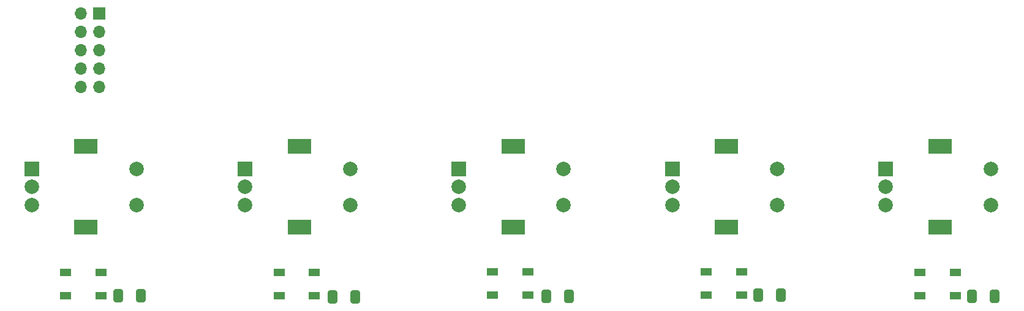
<source format=gts>
%TF.GenerationSoftware,KiCad,Pcbnew,7.0.7*%
%TF.CreationDate,2024-03-19T10:01:59+01:00*%
%TF.ProjectId,Poly_UA_controller_5enc_5sw,506f6c79-5f55-4415-9f63-6f6e74726f6c,rev?*%
%TF.SameCoordinates,Original*%
%TF.FileFunction,Soldermask,Top*%
%TF.FilePolarity,Negative*%
%FSLAX46Y46*%
G04 Gerber Fmt 4.6, Leading zero omitted, Abs format (unit mm)*
G04 Created by KiCad (PCBNEW 7.0.7) date 2024-03-19 10:01:59*
%MOMM*%
%LPD*%
G01*
G04 APERTURE LIST*
G04 Aperture macros list*
%AMRoundRect*
0 Rectangle with rounded corners*
0 $1 Rounding radius*
0 $2 $3 $4 $5 $6 $7 $8 $9 X,Y pos of 4 corners*
0 Add a 4 corners polygon primitive as box body*
4,1,4,$2,$3,$4,$5,$6,$7,$8,$9,$2,$3,0*
0 Add four circle primitives for the rounded corners*
1,1,$1+$1,$2,$3*
1,1,$1+$1,$4,$5*
1,1,$1+$1,$6,$7*
1,1,$1+$1,$8,$9*
0 Add four rect primitives between the rounded corners*
20,1,$1+$1,$2,$3,$4,$5,0*
20,1,$1+$1,$4,$5,$6,$7,0*
20,1,$1+$1,$6,$7,$8,$9,0*
20,1,$1+$1,$8,$9,$2,$3,0*%
G04 Aperture macros list end*
%ADD10R,1.700000X1.700000*%
%ADD11O,1.700000X1.700000*%
%ADD12R,1.500000X1.000000*%
%ADD13R,2.000000X2.000000*%
%ADD14C,2.000000*%
%ADD15R,3.200000X2.000000*%
%ADD16RoundRect,0.250000X0.412500X0.650000X-0.412500X0.650000X-0.412500X-0.650000X0.412500X-0.650000X0*%
G04 APERTURE END LIST*
D10*
%TO.C,J8_POLY1*%
X126381000Y-18902600D03*
D11*
X123841000Y-18902600D03*
X126381000Y-21442600D03*
X123841000Y-21442600D03*
X126381000Y-23982600D03*
X123841000Y-23982600D03*
X126381000Y-26522600D03*
X123841000Y-26522600D03*
X126381000Y-29062600D03*
X123841000Y-29062600D03*
%TD*%
D12*
%TO.C,D5*%
X210294050Y-54686600D03*
X210294050Y-57886600D03*
X215194050Y-57886600D03*
X215194050Y-54686600D03*
%TD*%
D13*
%TO.C,SW3*%
X176097900Y-40400600D03*
D14*
X176097900Y-45400600D03*
X176097900Y-42900600D03*
D15*
X183597900Y-37300600D03*
X183597900Y-48500600D03*
D14*
X190597900Y-45400600D03*
X190597900Y-40400600D03*
%TD*%
D12*
%TO.C,D6*%
X239829000Y-54737000D03*
X239829000Y-57937000D03*
X244729000Y-57937000D03*
X244729000Y-54737000D03*
%TD*%
D13*
%TO.C,SW2*%
X146576750Y-40400600D03*
D14*
X146576750Y-45400600D03*
X146576750Y-42900600D03*
D15*
X154076750Y-37300600D03*
X154076750Y-48500600D03*
D14*
X161076750Y-45400600D03*
X161076750Y-40400600D03*
%TD*%
D16*
%TO.C,C4*%
X132131600Y-57937400D03*
X129006600Y-57937400D03*
%TD*%
%TO.C,C2*%
X250216200Y-58013600D03*
X247091200Y-58013600D03*
%TD*%
D12*
%TO.C,D4*%
X180772900Y-54686600D03*
X180772900Y-57886600D03*
X185672900Y-57886600D03*
X185672900Y-54686600D03*
%TD*%
D16*
%TO.C,C6*%
X191339000Y-58013600D03*
X188214000Y-58013600D03*
%TD*%
%TO.C,C5*%
X161823400Y-58140600D03*
X158698400Y-58140600D03*
%TD*%
D12*
%TO.C,D3*%
X151251750Y-54762800D03*
X151251750Y-57962800D03*
X156151750Y-57962800D03*
X156151750Y-54762800D03*
%TD*%
%TO.C,D1*%
X121730600Y-54762800D03*
X121730600Y-57962800D03*
X126630600Y-57962800D03*
X126630600Y-54762800D03*
%TD*%
D16*
%TO.C,C1*%
X220649800Y-57835800D03*
X217524800Y-57835800D03*
%TD*%
D13*
%TO.C,SW5*%
X235140200Y-40400600D03*
D14*
X235140200Y-45400600D03*
X235140200Y-42900600D03*
D15*
X242640200Y-37300600D03*
X242640200Y-48500600D03*
D14*
X249640200Y-45400600D03*
X249640200Y-40400600D03*
%TD*%
D13*
%TO.C,SW1*%
X117055600Y-40400600D03*
D14*
X117055600Y-45400600D03*
X117055600Y-42900600D03*
D15*
X124555600Y-37300600D03*
X124555600Y-48500600D03*
D14*
X131555600Y-45400600D03*
X131555600Y-40400600D03*
%TD*%
D13*
%TO.C,SW4*%
X205619050Y-40400600D03*
D14*
X205619050Y-45400600D03*
X205619050Y-42900600D03*
D15*
X213119050Y-37300600D03*
X213119050Y-48500600D03*
D14*
X220119050Y-45400600D03*
X220119050Y-40400600D03*
%TD*%
M02*

</source>
